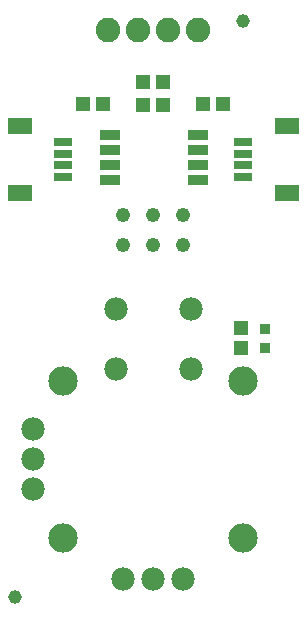
<source format=gts>
G04 #@! TF.FileFunction,Soldermask,Top*
%FSLAX46Y46*%
G04 Gerber Fmt 4.6, Leading zero omitted, Abs format (unit mm)*
G04 Created by KiCad (PCBNEW 4.0.6) date 02/21/18 15:14:43*
%MOMM*%
%LPD*%
G01*
G04 APERTURE LIST*
%ADD10C,0.100000*%
%ADD11R,0.950000X0.950000*%
%ADD12C,1.981200*%
%ADD13C,2.489200*%
%ADD14R,1.303020X1.201420*%
%ADD15R,2.150000X1.350000*%
%ADD16R,1.500000X0.750000*%
%ADD17C,1.150000*%
%ADD18C,2.082800*%
%ADD19C,1.219200*%
%ADD20R,1.201420X1.303020*%
%ADD21R,1.674000X0.912000*%
G04 APERTURE END LIST*
D10*
D11*
X159308800Y-120078400D03*
X159308800Y-118478400D03*
D12*
X146685000Y-116840000D03*
X153035000Y-116840000D03*
X146685000Y-121920000D03*
X153035000Y-121920000D03*
X147320000Y-139700000D03*
X149860000Y-139700000D03*
X152400000Y-139700000D03*
D13*
X142240000Y-122872500D03*
X142240000Y-136207500D03*
X157480000Y-136207500D03*
X157480000Y-122872500D03*
D12*
X139700000Y-127000000D03*
X139700000Y-129540000D03*
X139700000Y-132080000D03*
D14*
X150708360Y-97586800D03*
X149011640Y-97586800D03*
D15*
X161155000Y-106940000D03*
X161155000Y-101340000D03*
D16*
X157480000Y-105640000D03*
X157480000Y-104640000D03*
X157480000Y-103640000D03*
X157480000Y-102640000D03*
D15*
X138565000Y-101340000D03*
X138565000Y-106940000D03*
D16*
X142240000Y-102640000D03*
X142240000Y-103640000D03*
X142240000Y-104640000D03*
X142240000Y-105640000D03*
D17*
X138176000Y-141224000D03*
X157480000Y-92456000D03*
D14*
X154091640Y-99466400D03*
X155788360Y-99466400D03*
D18*
X146050000Y-93218000D03*
X148590000Y-93218000D03*
X151130000Y-93218000D03*
X153670000Y-93218000D03*
D19*
X152400000Y-108864400D03*
X152400000Y-111404400D03*
X149860000Y-108864400D03*
X149860000Y-111404400D03*
X147320000Y-108864400D03*
X147320000Y-111404400D03*
D14*
X143931640Y-99466400D03*
X145628360Y-99466400D03*
X149011640Y-99517200D03*
X150708360Y-99517200D03*
D20*
X157276800Y-118379240D03*
X157276800Y-120075960D03*
D21*
X146202400Y-102069900D03*
X146202400Y-103339900D03*
X146202400Y-104609900D03*
X146202400Y-105879900D03*
X153611580Y-105879900D03*
X153611580Y-104609900D03*
X153611580Y-103339900D03*
X153611580Y-102069900D03*
M02*

</source>
